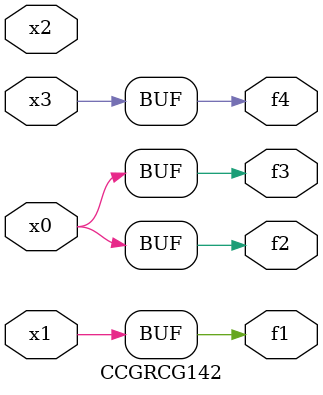
<source format=v>
module CCGRCG142(
	input x0, x1, x2, x3,
	output f1, f2, f3, f4
);
	assign f1 = x1;
	assign f2 = x0;
	assign f3 = x0;
	assign f4 = x3;
endmodule

</source>
